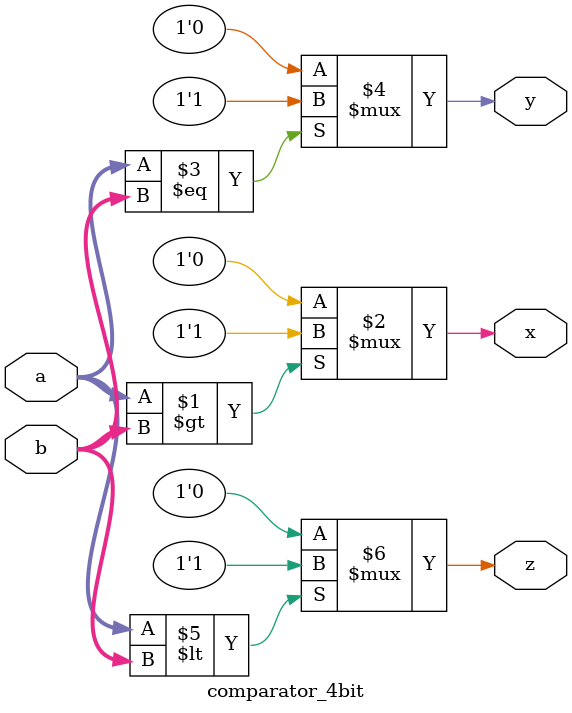
<source format=v>
`timescale 1ns / 1ps
module comparator_4bit(a, b, x, y, z);

input [3:0] a,b;
output x, y, z;
wire x, y, z;

assign x = (a > b) ? 1'b1 : 1'b0; // x : A>B case 
assign y = (a == b) ? 1'b1 : 1'b0; // y : A = B case
assign z = (a < b) ? 1'b1 : 1'b0; // z A<B case
    
endmodule

</source>
